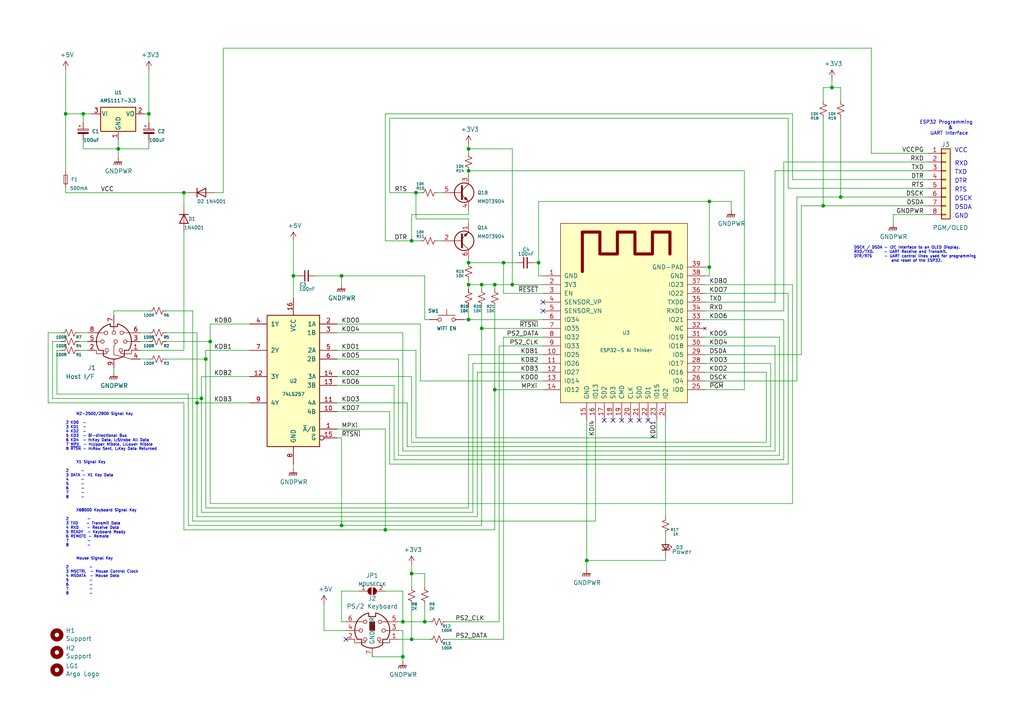
<source format=kicad_sch>
(kicad_sch (version 20211123) (generator eeschema)
  (paper "A4")
  (title_block (date "2022-03-09") (rev "1.3") (comment 1 "dedicated to the Host I/F, the second core to PS/2 capture, vector build and map.") (comment 2 "toolchain. The requirements require control down to 100ns so on cpu core is always") (comment 3 "This design uses the common ESP32 SoC for its performance, low power and development ") (comment 4 "PS/2 to Sharp MZ-2500/MZ-2800/X1/X68K Keyboard Interface."))
  (lib_symbols
    (symbol "Device:C_Polarized_Small" (pin_numbers hide) (pin_names (offset 0.254) hide)
      (property "Reference" "C" (at 0.254 1.778 0))
      (property "Value" "C_Polarized_Small" (at 0.254 -2.032 0))
      (symbol "C_Polarized_Small_1_1"
        (pin passive line (at 0 2.54 270) (length 1.8542) (name "~") (number "1"))
        (pin passive line (at 0 -2.54 90) (length 1.8542) (name "~") (number "2"))
      )
    )
    (symbol "Device:C_Small" (pin_numbers hide) (pin_names (offset 0.254) hide)
      (property "Reference" "C" (at 0.254 1.778 0))
      (property "Value" "C_Small" (at 0.254 -2.032 0))
      (symbol "C_Small_1_1"
        (pin passive line (at 0 2.54 270) (length 2.032) (name "~") (number "1"))
        (pin passive line (at 0 -2.54 90) (length 2.032) (name "~") (number "2"))
      )
    )
    (symbol "Device:Fuse_Small" (pin_numbers hide) (pin_names (offset 0.254) hide)
      (property "Reference" "F" (at 0 -1.524 0))
      (property "Value" "Fuse_Small" (at 0 1.524 0))
      (symbol "Fuse_Small_1_1"
        (pin passive line (at -2.54 0 0) (length 1.27) (name "~") (number "1"))
        (pin passive line (at 2.54 0 180) (length 1.27) (name "~") (number "2"))
      )
    )
    (symbol "Device:LED_Small" (pin_numbers hide) (pin_names (offset 0.254) hide)
      (property "Reference" "D" (at -1.27 3.175 0))
      (property "Value" "LED_Small" (at -4.445 -2.54 0))
      (symbol "LED_Small_1_1"
        (pin passive line (at -2.54 0 0) (length 1.778) (name "K") (number "1"))
        (pin passive line (at 2.54 0 180) (length 1.778) (name "A") (number "2"))
      )
    )
    (symbol "Device:R_Small_US" (pin_numbers hide) (pin_names (offset 0.254) hide)
      (property "Reference" "R" (at 0.762 0.508 0))
      (property "Value" "R_Small_US" (at 0.762 -1.016 0))
      (symbol "R_Small_US_1_1"
        (pin passive line (at 0 2.54 270) (length 1.016) (name "~") (number "1"))
        (pin passive line (at 0 -2.54 90) (length 1.016) (name "~") (number "2"))
      )
    )
    (symbol "Diode:1N4001" (pin_numbers hide) (pin_names (offset 1.016) hide)
      (property "Reference" "D" (at 0 2.54 0))
      (property "Value" "1N4001" (at 0 -2.54 0))
      (symbol "1N4001_1_1"
        (pin passive line (at -3.81 0 0) (length 2.54) (name "K") (number "1"))
        (pin passive line (at 3.81 0 180) (length 2.54) (name "A") (number "2"))
      )
    )
    (symbol "Jumper:SolderJumper_2_Open" (pin_names (offset 0) hide)
      (property "Reference" "JP" (at 0 2.032 0))
      (property "Value" "SolderJumper_2_Open" (at 0 -2.54 0))
      (symbol "SolderJumper_2_Open_1_1"
        (pin passive line (at -3.81 0 0) (length 2.54) (name "A") (number "1"))
        (pin passive line (at 3.81 0 180) (length 2.54) (name "B") (number "2"))
      )
    )
    (symbol "Mechanical:MountingHole" (pin_names (offset 1.016))
      (property "Reference" "H" (at 0 5.08 0))
      (property "Value" "MountingHole" (at 0 3.175 0))
    )
    (symbol "Regulator_Linear:AMS1117-3.3" (pin_names (offset 0.254))
      (property "Reference" "U" (at -3.81 3.175 0))
      (property "Value" "AMS1117-3.3" (at 0 3.175 0))
      (symbol "AMS1117-3.3_1_1"
        (pin power_in line (at 0 -7.62 90) (length 2.54) (name "GND") (number "1"))
        (pin power_out line (at 7.62 0 180) (length 2.54) (name "VO") (number "2"))
        (pin power_in line (at -7.62 0 0) (length 2.54) (name "VI") (number "3"))
      )
    )
    (symbol "Switch:SW_Push" (pin_numbers hide) (pin_names (offset 1.016) hide)
      (property "Reference" "SW" (at 1.27 2.54 0))
      (property "Value" "SW_Push" (at 0 -1.524 0))
      (symbol "SW_Push_0_1"
        (pin passive line (at -5.08 0 0) (length 2.54) (name "1") (number "1"))
        (pin passive line (at 5.08 0 180) (length 2.54) (name "2") (number "2"))
      )
    )
    (symbol "Transistor_BJT:MMDT3904" (pin_names (offset 0) hide)
      (property "Reference" "Q" (at 5.08 1.27 0))
      (property "Value" "MMDT3904" (at 5.08 -1.27 0))
      (symbol "MMDT3904_1_1"
        (pin passive line (at 2.54 -5.08 90) (length 2.54) (name "E1") (number "1"))
        (pin input line (at -5.08 0 0) (length 2.54) (name "B1") (number "2"))
        (pin passive line (at 2.54 5.08 270) (length 2.54) (name "C1") (number "6"))
      )
      (symbol "MMDT3904_2_1"
        (pin passive line (at 2.54 5.08 270) (length 2.54) (name "C2") (number "3"))
        (pin passive line (at 2.54 -5.08 90) (length 2.54) (name "E2") (number "4"))
        (pin input line (at -5.08 0 0) (length 2.54) (name "B2") (number "5"))
      )
    )
    (symbol "power:+3V3" (power) (pin_names (offset 0))
      (property "Value" "+3V3" (at 0 3.556 0))
      (symbol "+3V3_1_1"
        (pin power_in line (at 0 0 90) (length 0) hide (name "+3V3") (number "1"))
      )
    )
    (symbol "power:+5V" (power) (pin_names (offset 0))
      (property "Value" "+5V" (at 0 3.556 0))
      (symbol "+5V_1_1"
        (pin power_in line (at 0 0 90) (length 0) hide (name "+5V") (number "1"))
      )
    )
    (symbol "power:GNDPWR" (power) (pin_names (offset 0))
      (property "Value" "GNDPWR" (at 0 -3.302 0))
      (symbol "GNDPWR_1_1"
        (pin power_in line (at 0 0 270) (length 0) hide (name "GNDPWR") (number "1"))
      )
    )
    (symbol "sharpkey:74xx_74LS257-2" (pin_names (offset 1.016))
      (property "Reference" "U" (at -7.62 19.05 0))
      (property "Value" "74xx_74LS257-2" (at -7.62 -21.59 0))
      (symbol "74xx_74LS257-2_1_0"
        (pin input line (at -12.7 -15.24 0) (length 5.08) (name "~{A}/B") (number "1"))
        (pin input line (at -12.7 -10.16 0) (length 5.08) (name "4B") (number "10"))
        (pin input line (at -12.7 -7.62 0) (length 5.08) (name "4A") (number "11"))
        (pin tri_state line (at 12.7 0 180) (length 5.08) (name "3Y") (number "12"))
        (pin input line (at -12.7 -2.54 0) (length 5.08) (name "3B") (number "13"))
        (pin input line (at -12.7 0 0) (length 5.08) (name "3A") (number "14"))
        (pin input inverted (at -12.7 -17.78 0) (length 5.08) (name "~{G}") (number "15"))
        (pin power_in line (at 0 22.86 270) (length 5.08) (name "VCC") (number "16"))
        (pin input line (at -12.7 15.24 0) (length 5.08) (name "1A") (number "2"))
        (pin input line (at -12.7 12.7 0) (length 5.08) (name "1B") (number "3"))
        (pin tri_state line (at 12.7 15.24 180) (length 5.08) (name "1Y") (number "4"))
        (pin input line (at -12.7 7.62 0) (length 5.08) (name "2A") (number "5"))
        (pin input line (at -12.7 5.08 0) (length 5.08) (name "2B") (number "6"))
        (pin tri_state line (at 12.7 7.62 180) (length 5.08) (name "2Y") (number "7"))
        (pin power_in line (at 0 -25.4 90) (length 5.08) (name "GND") (number "8"))
        (pin tri_state line (at 12.7 -7.62 180) (length 5.08) (name "4Y") (number "9"))
      )
    )
    (symbol "sharpkey:Connector_Generic_Conn_01x08_PWR" (pin_names (offset 1.016) hide)
      (property "Reference" "J" (at 0 10.16 0))
      (property "Value" "Connector_Generic_Conn_01x08_PWR" (at 0 -12.7 0))
      (symbol "Connector_Generic_Conn_01x08_PWR_1_1"
        (pin power_out line (at -5.08 7.62 0) (length 3.81) (name "Pin_1") (number "1"))
        (pin passive line (at -5.08 5.08 0) (length 3.81) (name "Pin_2") (number "2"))
        (pin passive line (at -5.08 2.54 0) (length 3.81) (name "Pin_3") (number "3"))
        (pin passive line (at -5.08 0 0) (length 3.81) (name "Pin_4") (number "4"))
        (pin passive line (at -5.08 -2.54 0) (length 3.81) (name "Pin_5") (number "5"))
        (pin passive line (at -5.08 -5.08 0) (length 3.81) (name "Pin_6") (number "6"))
        (pin passive line (at -5.08 -7.62 0) (length 3.81) (name "Pin_7") (number "7"))
        (pin power_in line (at -5.08 -10.16 0) (length 3.81) (name "Pin_8") (number "8"))
      )
    )
    (symbol "sharpkey:Connector_Mini-DIN-6-PS2" (pin_names (offset 1.016))
      (property "Reference" "J" (at 0 6.35 0))
      (property "Value" "Connector_Mini-DIN-6-PS2" (at 1.27 8.89 0))
      (symbol "Connector_Mini-DIN-6-PS2_1_1"
        (pin passive line (at 7.62 -2.54 180) (length 2.54) (name "~") (number "1"))
        (pin passive line (at -7.62 -2.54 0) (length 2.54) (name "~") (number "2"))
        (pin passive line (at 7.62 0 180) (length 2.54) (name "~") (number "3"))
        (pin power_out line (at -7.62 0 0) (length 2.54) (name "~") (number "4"))
        (pin passive line (at 7.62 2.54 180) (length 2.54) (name "~") (number "5"))
        (pin passive line (at -7.62 2.54 0) (length 2.54) (name "~") (number "6"))
        (pin passive line (at 0 -7.62 90) (length 2.54) (name "GNDPWR") (number "7"))
      )
    )
    (symbol "sharpkey:ESP32-AI-Thinker_ESP32-WROOM" (pin_names (offset 1.016))
      (property "Reference" "U" (at -17.78 31.75 0))
      (property "Value" "ESP32-AI-Thinker_ESP32-WROOM" (at 12.7 31.75 0))
      (symbol "ESP32-AI-Thinker_ESP32-WROOM_1_1"
        (pin power_in line (at -24.13 15.24 0) (length 5.08) (name "GND") (number "1"))
        (pin bidirectional line (at -24.13 -7.62 0) (length 5.08) (name "IO25") (number "10"))
        (pin bidirectional line (at -24.13 -10.16 0) (length 5.08) (name "IO26") (number "11"))
        (pin bidirectional line (at -24.13 -12.7 0) (length 5.08) (name "IO27") (number "12"))
        (pin bidirectional line (at -24.13 -15.24 0) (length 5.08) (name "IO14") (number "13"))
        (pin bidirectional line (at -24.13 -17.78 0) (length 5.08) (name "IO12") (number "14"))
        (pin power_in line (at -11.43 -26.67 90) (length 5.08) (name "GND") (number "15"))
        (pin bidirectional line (at -8.89 -26.67 90) (length 5.08) (name "IO13") (number "16"))
        (pin bidirectional line (at -6.35 -26.67 90) (length 5.08) (name "SD2") (number "17"))
        (pin bidirectional line (at -3.81 -26.67 90) (length 5.08) (name "SD3") (number "18"))
        (pin bidirectional line (at -1.27 -26.67 90) (length 5.08) (name "CMD") (number "19"))
        (pin power_in line (at -24.13 12.7 0) (length 5.08) (name "3V3") (number "2"))
        (pin bidirectional line (at 1.27 -26.67 90) (length 5.08) (name "CLK") (number "20"))
        (pin bidirectional line (at 3.81 -26.67 90) (length 5.08) (name "SDO") (number "21"))
        (pin bidirectional line (at 6.35 -26.67 90) (length 5.08) (name "SD1") (number "22"))
        (pin bidirectional line (at 8.89 -26.67 90) (length 5.08) (name "IO15") (number "23"))
        (pin bidirectional line (at 11.43 -26.67 90) (length 5.08) (name "IO2") (number "24"))
        (pin bidirectional line (at 22.86 -17.78 180) (length 5.08) (name "IO0") (number "25"))
        (pin bidirectional line (at 22.86 -15.24 180) (length 5.08) (name "IO4") (number "26"))
        (pin bidirectional line (at 22.86 -12.7 180) (length 5.08) (name "IO16") (number "27"))
        (pin bidirectional line (at 22.86 -10.16 180) (length 5.08) (name "IO17") (number "28"))
        (pin bidirectional line (at 22.86 -7.62 180) (length 5.08) (name "IO5") (number "29"))
        (pin input line (at -24.13 10.16 0) (length 5.08) (name "EN") (number "3"))
        (pin bidirectional line (at 22.86 -5.08 180) (length 5.08) (name "IO18") (number "30"))
        (pin bidirectional line (at 22.86 -2.54 180) (length 5.08) (name "IO19") (number "31"))
        (pin no_connect line (at 22.86 0 180) (length 5.08) (name "NC") (number "32"))
        (pin bidirectional line (at 22.86 2.54 180) (length 5.08) (name "IO21") (number "33"))
        (pin input line (at 22.86 5.08 180) (length 5.08) (name "RXD0") (number "34"))
        (pin output line (at 22.86 7.62 180) (length 5.08) (name "TXD0") (number "35"))
        (pin bidirectional line (at 22.86 10.16 180) (length 5.08) (name "IO22") (number "36"))
        (pin bidirectional line (at 22.86 12.7 180) (length 5.08) (name "IO23") (number "37"))
        (pin power_in line (at 22.86 15.24 180) (length 5.08) (name "GND") (number "38"))
        (pin power_in line (at 22.86 17.78 180) (length 5.08) (name "GND-PAD") (number "39"))
        (pin input line (at -24.13 7.62 0) (length 5.08) (name "SENSOR_VP") (number "4"))
        (pin input line (at -24.13 5.08 0) (length 5.08) (name "SENSOR_VN") (number "5"))
        (pin input line (at -24.13 2.54 0) (length 5.08) (name "IO34") (number "6"))
        (pin input line (at -24.13 0 0) (length 5.08) (name "IO35") (number "7"))
        (pin bidirectional line (at -24.13 -2.54 0) (length 5.08) (name "IO32") (number "8"))
        (pin bidirectional line (at -24.13 -5.08 0) (length 5.08) (name "IO33") (number "9"))
      )
    )
    (symbol "sharpkey:Mini-DIN-8-FG" (pin_names (offset 1.016))
      (property "Reference" "J" (at 5.08 5.08 0))
      (property "Value" "Mini-DIN-8-FG" (at 7.62 -10.16 0))
      (symbol "Mini-DIN-8-FG_1_1"
        (pin passive line (at 7.62 -2.54 180) (length 2.54) (name "~") (number "1"))
        (pin passive line (at -7.62 -2.54 0) (length 2.54) (name "~") (number "2"))
        (pin passive line (at 7.62 0 180) (length 2.54) (name "~") (number "3"))
        (pin passive line (at 7.62 -5.08 180) (length 2.54) (name "~") (number "4"))
        (pin passive line (at -7.62 0 0) (length 2.54) (name "~") (number "5"))
        (pin passive line (at 7.62 2.54 180) (length 2.54) (name "~") (number "6"))
        (pin passive line (at 0 7.62 270) (length 2.54) (name "~") (number "7"))
        (pin passive line (at -7.62 2.54 0) (length 2.54) (name "~") (number "8"))
        (pin power_out line (at 0 -7.62 90) (length 2.54) (name "~") (number "9"))
      )
    )
  )
  (junction (at 116.84 190.5))
  (junction (at 119.38 69.85))
  (junction (at 170.18 162.56))
  (junction (at 135.89 43.18))
  (junction (at 243.84 57.15))
  (junction (at 85.09 80.01))
  (junction (at 57.15 116.84))
  (junction (at 119.38 166.37))
  (junction (at 111.76 153.67))
  (junction (at 205.74 58.42))
  (junction (at 59.69 104.14))
  (junction (at 135.89 76.2))
  (junction (at 99.06 152.4))
  (junction (at 53.34 55.88))
  (junction (at 60.96 99.06))
  (junction (at 135.89 49.53))
  (junction (at 116.84 180.34))
  (junction (at 143.51 82.55))
  (junction (at 119.38 185.42))
  (junction (at 238.76 59.69))
  (junction (at 135.89 92.71))
  (junction (at 139.7 82.55))
  (junction (at 135.89 82.55))
  (junction (at 24.13 33.02))
  (junction (at 146.05 76.2))
  (junction (at 123.19 180.34))
  (junction (at 143.51 113.03))
  (junction (at 19.05 33.02))
  (junction (at 241.3 25.4))
  (junction (at 148.59 82.55))
  (junction (at 205.74 77.47))
  (junction (at 139.7 95.25))
  (junction (at 99.06 80.01))
  (junction (at 34.29 43.18))
  (junction (at 43.18 33.02))
  (junction (at 156.21 76.2))
  (junction (at 58.42 115.57))
  (junction (at 120.65 55.88))
  (no_connect (at 180.34 121.92))
  (no_connect (at 187.96 121.92))
  (no_connect (at 157.48 90.17))
  (no_connect (at 157.48 87.63))
  (no_connect (at 175.26 121.92))
  (no_connect (at 182.88 121.92))
  (no_connect (at 177.8 121.92))
  (no_connect (at 100.33 185.42))
  (no_connect (at 185.42 121.92))
  (wire (pts (xy 57.15 116.84) (xy 57.15 149.86)))
  (wire (pts (xy 252.73 44.45) (xy 269.24 44.45)))
  (wire (pts (xy 97.79 116.84) (xy 118.11 116.84)))
  (wire (pts (xy 53.34 59.69) (xy 53.34 55.88)))
  (wire (pts (xy 60.96 99.06) (xy 60.96 146.05)))
  (wire (pts (xy 119.38 163.83) (xy 119.38 166.37)))
  (wire (pts (xy 58.42 115.57) (xy 58.42 148.59)))
  (wire (pts (xy 19.05 33.02) (xy 19.05 49.53)))
  (wire (pts (xy 119.38 69.85) (xy 121.92 69.85)))
  (wire (pts (xy 170.18 162.56) (xy 193.04 162.56)))
  (wire (pts (xy 48.26 99.06) (xy 60.96 99.06)))
  (wire (pts (xy 252.73 13.97) (xy 252.73 44.45)))
  (wire (pts (xy 99.06 152.4) (xy 139.7 152.4)))
  (wire (pts (xy 58.42 109.22) (xy 72.39 109.22)))
  (wire (pts (xy 146.05 97.79) (xy 146.05 185.42)))
  (wire (pts (xy 259.08 62.23) (xy 259.08 64.77)))
  (wire (pts (xy 43.18 90.17) (xy 33.02 90.17)))
  (wire (pts (xy 57.15 149.86) (xy 138.43 149.86)))
  (wire (pts (xy 97.79 109.22) (xy 119.38 109.22)))
  (wire (pts (xy 119.38 128.27) (xy 222.25 128.27)))
  (wire (pts (xy 24.13 43.18) (xy 34.29 43.18)))
  (wire (pts (xy 243.84 25.4) (xy 243.84 29.21)))
  (wire (pts (xy 119.38 69.85) (xy 111.76 69.85)))
  (wire (pts (xy 129.54 180.34) (xy 144.78 180.34)))
  (wire (pts (xy 53.34 67.31) (xy 53.34 101.6)))
  (wire (pts (xy 146.05 76.2) (xy 149.86 76.2)))
  (wire (pts (xy 115.57 185.42) (xy 119.38 185.42)))
  (wire (pts (xy 113.03 134.62) (xy 228.6 134.62)))
  (wire (pts (xy 135.89 82.55) (xy 135.89 81.28)))
  (wire (pts (xy 17.78 101.6) (xy 16.51 101.6)))
  (wire (pts (xy 143.51 153.67) (xy 143.51 113.03)))
  (wire (pts (xy 228.6 134.62) (xy 228.6 85.09)))
  (wire (pts (xy 114.3 133.35) (xy 227.33 133.35)))
  (wire (pts (xy 99.06 127) (xy 97.79 127)))
  (wire (pts (xy 205.74 58.42) (xy 212.09 58.42)))
  (wire (pts (xy 64.77 13.97) (xy 252.73 13.97)))
  (wire (pts (xy 222.25 128.27) (xy 222.25 107.95)))
  (wire (pts (xy 228.6 85.09) (xy 204.47 85.09)))
  (wire (pts (xy 156.21 58.42) (xy 205.74 58.42)))
  (wire (pts (xy 54.61 114.3) (xy 16.51 114.3)))
  (wire (pts (xy 55.88 151.13) (xy 55.88 90.17)))
  (wire (pts (xy 134.62 92.71) (xy 135.89 92.71)))
  (wire (pts (xy 99.06 127) (xy 99.06 152.4)))
  (wire (pts (xy 57.15 96.52) (xy 57.15 116.84)))
  (wire (pts (xy 17.78 96.52) (xy 13.97 96.52)))
  (wire (pts (xy 116.84 190.5) (xy 116.84 182.88)))
  (wire (pts (xy 16.51 101.6) (xy 16.51 114.3)))
  (wire (pts (xy 238.76 29.21) (xy 238.76 25.4)))
  (wire (pts (xy 143.51 82.55) (xy 148.59 82.55)))
  (wire (pts (xy 97.79 111.76) (xy 114.3 111.76)))
  (wire (pts (xy 127 55.88) (xy 128.27 55.88)))
  (wire (pts (xy 227.33 90.17) (xy 227.33 46.99)))
  (wire (pts (xy 115.57 180.34) (xy 116.84 180.34)))
  (wire (pts (xy 58.42 109.22) (xy 58.42 115.57)))
  (wire (pts (xy 170.18 162.56) (xy 170.18 165.1)))
  (wire (pts (xy 204.47 77.47) (xy 205.74 77.47)))
  (wire (pts (xy 48.26 96.52) (xy 57.15 96.52)))
  (wire (pts (xy 119.38 109.22) (xy 119.38 128.27)))
  (wire (pts (xy 59.69 147.32) (xy 135.89 147.32)))
  (wire (pts (xy 232.41 59.69) (xy 238.76 59.69)))
  (wire (pts (xy 212.09 58.42) (xy 212.09 60.96)))
  (wire (pts (xy 215.9 49.53) (xy 135.89 49.53)))
  (wire (pts (xy 15.24 99.06) (xy 15.24 115.57)))
  (wire (pts (xy 40.64 99.06) (xy 43.18 99.06)))
  (wire (pts (xy 54.61 152.4) (xy 99.06 152.4)))
  (wire (pts (xy 59.69 104.14) (xy 59.69 147.32)))
  (wire (pts (xy 116.84 171.45) (xy 116.84 180.34)))
  (wire (pts (xy 148.59 82.55) (xy 157.48 82.55)))
  (wire (pts (xy 119.38 170.18) (xy 119.38 166.37)))
  (wire (pts (xy 224.79 49.53) (xy 269.24 49.53)))
  (wire (pts (xy 120.65 55.88) (xy 121.92 55.88)))
  (wire (pts (xy 223.52 105.41) (xy 204.47 105.41)))
  (wire (pts (xy 154.94 76.2) (xy 156.21 76.2)))
  (wire (pts (xy 146.05 97.79) (xy 157.48 97.79)))
  (wire (pts (xy 40.64 104.14) (xy 43.18 104.14)))
  (wire (pts (xy 60.96 146.05) (xy 229.87 146.05)))
  (wire (pts (xy 85.09 80.01) (xy 86.36 80.01)))
  (wire (pts (xy 215.9 113.03) (xy 215.9 49.53)))
  (wire (pts (xy 238.76 25.4) (xy 241.3 25.4)))
  (wire (pts (xy 259.08 62.23) (xy 269.24 62.23)))
  (wire (pts (xy 193.04 121.92) (xy 193.04 149.86)))
  (wire (pts (xy 138.43 149.86) (xy 138.43 107.95)))
  (wire (pts (xy 222.25 107.95) (xy 204.47 107.95)))
  (wire (pts (xy 120.65 127) (xy 190.5 127)))
  (wire (pts (xy 123.19 175.26) (xy 123.19 180.34)))
  (wire (pts (xy 119.38 62.23) (xy 119.38 69.85)))
  (wire (pts (xy 190.5 127) (xy 190.5 121.92)))
  (wire (pts (xy 135.89 64.77) (xy 135.89 63.5)))
  (wire (pts (xy 55.88 151.13) (xy 172.72 151.13)))
  (wire (pts (xy 43.18 20.32) (xy 43.18 33.02)))
  (wire (pts (xy 111.76 33.02) (xy 229.87 33.02)))
  (wire (pts (xy 33.02 90.17) (xy 33.02 91.44)))
  (wire (pts (xy 148.59 43.18) (xy 148.59 82.55)))
  (wire (pts (xy 60.96 93.98) (xy 60.96 99.06)))
  (wire (pts (xy 226.06 132.08) (xy 226.06 97.79)))
  (wire (pts (xy 17.78 99.06) (xy 15.24 99.06)))
  (wire (pts (xy 93.98 175.26) (xy 93.98 182.88)))
  (wire (pts (xy 119.38 166.37) (xy 123.19 166.37)))
  (wire (pts (xy 135.89 62.23) (xy 119.38 62.23)))
  (wire (pts (xy 53.34 153.67) (xy 111.76 153.67)))
  (wire (pts (xy 85.09 134.62) (xy 85.09 135.89)))
  (wire (pts (xy 97.79 119.38) (xy 113.03 119.38)))
  (wire (pts (xy 111.76 124.46) (xy 111.76 153.67)))
  (wire (pts (xy 231.14 57.15) (xy 231.14 110.49)))
  (wire (pts (xy 13.97 96.52) (xy 13.97 116.84)))
  (wire (pts (xy 224.79 100.33) (xy 204.47 100.33)))
  (wire (pts (xy 107.95 190.5) (xy 116.84 190.5)))
  (wire (pts (xy 114.3 111.76) (xy 114.3 133.35)))
  (wire (pts (xy 115.57 132.08) (xy 226.06 132.08)))
  (wire (pts (xy 85.09 80.01) (xy 85.09 86.36)))
  (wire (pts (xy 99.06 80.01) (xy 99.06 82.55)))
  (wire (pts (xy 113.03 55.88) (xy 113.03 34.29)))
  (wire (pts (xy 111.76 153.67) (xy 143.51 153.67)))
  (wire (pts (xy 135.89 49.53) (xy 135.89 50.8)))
  (wire (pts (xy 60.96 93.98) (xy 72.39 93.98)))
  (wire (pts (xy 135.89 41.91) (xy 135.89 43.18)))
  (wire (pts (xy 204.47 87.63) (xy 224.79 87.63)))
  (wire (pts (xy 123.19 180.34) (xy 124.46 180.34)))
  (wire (pts (xy 24.13 40.64) (xy 24.13 43.18)))
  (wire (pts (xy 54.61 55.88) (xy 53.34 55.88)))
  (wire (pts (xy 127 69.85) (xy 128.27 69.85)))
  (wire (pts (xy 120.65 101.6) (xy 120.65 127)))
  (wire (pts (xy 111.76 69.85) (xy 111.76 33.02)))
  (wire (pts (xy 229.87 82.55) (xy 204.47 82.55)))
  (wire (pts (xy 143.51 113.03) (xy 157.48 113.03)))
  (wire (pts (xy 123.19 80.01) (xy 99.06 80.01)))
  (wire (pts (xy 120.65 63.5) (xy 120.65 55.88)))
  (wire (pts (xy 204.47 110.49) (xy 231.14 110.49)))
  (wire (pts (xy 139.7 95.25) (xy 157.48 95.25)))
  (wire (pts (xy 116.84 191.77) (xy 116.84 190.5)))
  (wire (pts (xy 124.46 92.71) (xy 123.19 92.71)))
  (wire (pts (xy 224.79 130.81) (xy 224.79 100.33)))
  (wire (pts (xy 118.11 129.54) (xy 223.52 129.54)))
  (wire (pts (xy 48.26 104.14) (xy 59.69 104.14)))
  (wire (pts (xy 53.34 116.84) (xy 53.34 153.67)))
  (wire (pts (xy 243.84 57.15) (xy 269.24 57.15)))
  (wire (pts (xy 43.18 43.18) (xy 43.18 40.64)))
  (wire (pts (xy 116.84 96.52) (xy 116.84 130.81)))
  (wire (pts (xy 91.44 80.01) (xy 99.06 80.01)))
  (wire (pts (xy 193.04 161.29) (xy 193.04 162.56)))
  (wire (pts (xy 144.78 100.33) (xy 157.48 100.33)))
  (wire (pts (xy 138.43 107.95) (xy 157.48 107.95)))
  (wire (pts (xy 24.13 35.56) (xy 24.13 33.02)))
  (wire (pts (xy 135.89 92.71) (xy 157.48 92.71)))
  (wire (pts (xy 116.84 182.88) (xy 115.57 182.88)))
  (wire (pts (xy 22.86 96.52) (xy 25.4 96.52)))
  (wire (pts (xy 193.04 154.94) (xy 193.04 156.21)))
  (wire (pts (xy 40.64 101.6) (xy 53.34 101.6)))
  (wire (pts (xy 227.33 92.71) (xy 204.47 92.71)))
  (wire (pts (xy 146.05 85.09) (xy 146.05 76.2)))
  (wire (pts (xy 19.05 20.32) (xy 19.05 33.02)))
  (wire (pts (xy 43.18 33.02) (xy 43.18 35.56)))
  (wire (pts (xy 137.16 148.59) (xy 137.16 105.41)))
  (wire (pts (xy 135.89 82.55) (xy 135.89 83.82)))
  (wire (pts (xy 227.33 133.35) (xy 227.33 92.71)))
  (wire (pts (xy 241.3 25.4) (xy 243.84 25.4)))
  (wire (pts (xy 135.89 88.9) (xy 135.89 92.71)))
  (wire (pts (xy 97.79 104.14) (xy 115.57 104.14)))
  (wire (pts (xy 135.89 76.2) (xy 135.89 74.93)))
  (wire (pts (xy 204.47 90.17) (xy 227.33 90.17)))
  (wire (pts (xy 157.48 80.01) (xy 156.21 80.01)))
  (wire (pts (xy 205.74 77.47) (xy 205.74 80.01)))
  (wire (pts (xy 232.41 59.69) (xy 232.41 102.87)))
  (wire (pts (xy 19.05 33.02) (xy 24.13 33.02)))
  (wire (pts (xy 135.89 76.2) (xy 146.05 76.2)))
  (wire (pts (xy 97.79 101.6) (xy 120.65 101.6)))
  (wire (pts (xy 62.23 55.88) (xy 64.77 55.88)))
  (wire (pts (xy 57.15 116.84) (xy 72.39 116.84)))
  (wire (pts (xy 139.7 82.55) (xy 139.7 83.82)))
  (wire (pts (xy 156.21 80.01) (xy 156.21 76.2)))
  (wire (pts (xy 22.86 101.6) (xy 25.4 101.6)))
  (wire (pts (xy 13.97 116.84) (xy 53.34 116.84)))
  (wire (pts (xy 116.84 130.81) (xy 224.79 130.81)))
  (wire (pts (xy 205.74 58.42) (xy 205.74 77.47)))
  (wire (pts (xy 64.77 55.88) (xy 64.77 13.97)))
  (wire (pts (xy 135.89 102.87) (xy 157.48 102.87)))
  (wire (pts (xy 139.7 88.9) (xy 139.7 95.25)))
  (wire (pts (xy 119.38 175.26) (xy 119.38 185.42)))
  (wire (pts (xy 15.24 115.57) (xy 58.42 115.57)))
  (wire (pts (xy 85.09 69.85) (xy 85.09 80.01)))
  (wire (pts (xy 135.89 63.5) (xy 120.65 63.5)))
  (wire (pts (xy 229.87 52.07) (xy 269.24 52.07)))
  (wire (pts (xy 229.87 146.05) (xy 229.87 82.55)))
  (wire (pts (xy 144.78 100.33) (xy 144.78 180.34)))
  (wire (pts (xy 223.52 129.54) (xy 223.52 105.41)))
  (wire (pts (xy 118.11 116.84) (xy 118.11 129.54)))
  (wire (pts (xy 59.69 101.6) (xy 72.39 101.6)))
  (wire (pts (xy 120.65 55.88) (xy 113.03 55.88)))
  (wire (pts (xy 231.14 57.15) (xy 243.84 57.15)))
  (wire (pts (xy 22.86 99.06) (xy 25.4 99.06)))
  (wire (pts (xy 135.89 43.18) (xy 135.89 44.45)))
  (wire (pts (xy 34.29 43.18) (xy 34.29 40.64)))
  (wire (pts (xy 123.19 166.37) (xy 123.19 170.18)))
  (wire (pts (xy 238.76 34.29) (xy 238.76 59.69)))
  (wire (pts (xy 41.91 33.02) (xy 43.18 33.02)))
  (wire (pts (xy 156.21 76.2) (xy 156.21 58.42)))
  (wire (pts (xy 243.84 34.29) (xy 243.84 57.15)))
  (wire (pts (xy 40.64 96.52) (xy 43.18 96.52)))
  (wire (pts (xy 24.13 33.02) (xy 26.67 33.02)))
  (wire (pts (xy 93.98 182.88) (xy 100.33 182.88)))
  (wire (pts (xy 113.03 119.38) (xy 113.03 134.62)))
  (wire (pts (xy 204.47 102.87) (xy 232.41 102.87)))
  (wire (pts (xy 113.03 34.29) (xy 228.6 34.29)))
  (wire (pts (xy 97.79 124.46) (xy 111.76 124.46)))
  (wire (pts (xy 97.79 93.98) (xy 121.92 93.98)))
  (wire (pts (xy 205.74 80.01) (xy 204.47 80.01)))
  (wire (pts (xy 241.3 22.86) (xy 241.3 25.4)))
  (wire (pts (xy 227.33 46.99) (xy 269.24 46.99)))
  (wire (pts (xy 19.05 55.88) (xy 53.34 55.88)))
  (wire (pts (xy 55.88 90.17) (xy 48.26 90.17)))
  (wire (pts (xy 204.47 113.03) (xy 215.9 113.03)))
  (wire (pts (xy 135.89 147.32) (xy 135.89 102.87)))
  (wire (pts (xy 238.76 59.69) (xy 269.24 59.69)))
  (wire (pts (xy 34.29 43.18) (xy 34.29 45.72)))
  (wire (pts (xy 99.06 180.34) (xy 99.06 171.45)))
  (wire (pts (xy 137.16 105.41) (xy 157.48 105.41)))
  (wire (pts (xy 139.7 82.55) (xy 143.51 82.55)))
  (wire (pts (xy 129.54 185.42) (xy 146.05 185.42)))
  (wire (pts (xy 54.61 152.4) (xy 54.61 114.3)))
  (wire (pts (xy 143.51 82.55) (xy 143.51 83.82)))
  (wire (pts (xy 111.76 171.45) (xy 116.84 171.45)))
  (wire (pts (xy 123.19 92.71) (xy 123.19 80.01)))
  (wire (pts (xy 224.79 87.63) (xy 224.79 49.53)))
  (wire (pts (xy 146.05 85.09) (xy 157.48 85.09)))
  (wire (pts (xy 226.06 97.79) (xy 204.47 97.79)))
  (wire (pts (xy 119.38 185.42) (xy 124.46 185.42)))
  (wire (pts (xy 228.6 54.61) (xy 269.24 54.61)))
  (wire (pts (xy 135.89 82.55) (xy 139.7 82.55)))
  (wire (pts (xy 229.87 33.02) (xy 229.87 52.07)))
  (wire (pts (xy 135.89 60.96) (xy 135.89 62.23)))
  (wire (pts (xy 99.06 171.45) (xy 104.14 171.45)))
  (wire (pts (xy 115.57 104.14) (xy 115.57 132.08)))
  (wire (pts (xy 33.02 106.68) (xy 33.02 107.95)))
  (wire (pts (xy 59.69 101.6) (xy 59.69 104.14)))
  (wire (pts (xy 143.51 88.9) (xy 143.51 113.03)))
  (wire (pts (xy 228.6 34.29) (xy 228.6 54.61)))
  (wire (pts (xy 19.05 54.61) (xy 19.05 55.88)))
  (wire (pts (xy 58.42 148.59) (xy 137.16 148.59)))
  (wire (pts (xy 116.84 180.34) (xy 123.19 180.34)))
  (wire (pts (xy 139.7 95.25) (xy 139.7 152.4)))
  (wire (pts (xy 170.18 121.92) (xy 170.18 162.56)))
  (wire (pts (xy 121.92 110.49) (xy 157.48 110.49)))
  (wire (pts (xy 172.72 121.92) (xy 172.72 151.13)))
  (wire (pts (xy 97.79 96.52) (xy 116.84 96.52)))
  (wire (pts (xy 34.29 43.18) (xy 43.18 43.18)))
  (wire (pts (xy 135.89 43.18) (xy 148.59 43.18)))
  (wire (pts (xy 100.33 180.34) (xy 99.06 180.34)))
  (wire (pts (xy 121.92 93.98) (xy 121.92 110.49)))
  (text "DSCK" (at 276.86 58.42 0) (effects (font (size 1.27 1.27)) (justify left bottom)))
  (text "DTR" (at 276.86 53.34 0) (effects (font (size 1.27 1.27)) (justify left bottom)))
  (text "RTS" (at 276.86 55.88 0) (effects (font (size 1.27 1.27)) (justify left bottom)))
  (text "     Mouse Signal Key\n\n2          - \n3 MSCTRL  - Mouse Control Clock\n4 MSDATA  - Mouse Data\n5          - \n6          - \n7          - \n8          - " (at 19.05 172.72 0) (effects (font (size 0.7874 0.7874)) (justify left bottom)))
  (text "TXD" (at 276.86 50.8 0) (effects (font (size 1.27 1.27)) (justify left bottom)))
  (text "VCC" (at 276.86 44.45 0) (effects (font (size 1.27 1.27)) (justify left bottom)))
  (text "ESP32 Programming\n           &\n    UART Interface\n" (at 266.7 39.37 0) (effects (font (size 0.9906 0.9906)) (justify left bottom)))
  (text "RXD" (at 276.86 48.26 0) (effects (font (size 1.27 1.27)) (justify left bottom)))
  (text "DSCK / DSDA - I2C Interface to an OLED Display.\nRXD/TXD.     - UART Receive and Transmit.\nDTR/RTS      - UART control lines used for programming \n                  and reset of the ESP32." (at 247.65 76.2 0) (effects (font (size 0.7874 0.7874)) (justify left bottom)))
  (text "     X68000 Keyboard Signal Key\n\n2         - \n3 TXD    - Transmit Data\n4 RXD    - Receive Data\n5 READY  - Keyboard Ready\n6 REMOTE - Remote\n7         - \n8         - " (at 19.05 158.75 0) (effects (font (size 0.7874 0.7874)) (justify left bottom)))
  (text "     X1 Signal Key\n\n2      -\n3 DATA - X1 Key Data\n4      -\n5      - \n6      - \n7      - \n8      - " (at 19.05 144.78 0) (effects (font (size 0.7874 0.7874)) (justify left bottom)))
  (text "     MZ-2500/2800 Signal Key\n\n2 KD0  -\n3 KD1  -\n4 KD2  -\n5 KD3  - Bi-directional Bus\n6 KD4  - H:Key Data, L:Strobe All Data\n7 MPX  - H:Upper Nibble, L:Lower Nibble\n8 ~{RTSN} - H:Row Sent, L:Key Data Returned" (at 19.05 130.81 0) (effects (font (size 0.7874 0.7874)) (justify left bottom)))
  (text "DSDA" (at 276.86 60.96 0) (effects (font (size 1.27 1.27)) (justify left bottom)))
  (text "GND" (at 276.86 63.5 0) (effects (font (size 1.27 1.27)) (justify left bottom)))
  (label "KDI4" (at 172.72 121.92 270))
  (label "KDO5" (at 205.74 97.79 0))
  (label "KDO1" (at 99.06 101.6 0))
  (label "KDO7" (at 205.74 85.09 0))
  (label "KDO0" (at 156.21 110.49 180))
  (label "KDB0" (at 205.74 82.55 0))
  (label "KDB0" (at 67.31 93.98 180))
  (label "DTR" (at 267.97 52.07 180))
  (label "DSDA" (at 205.74 102.87 0))
  (label "DTR" (at 118.11 69.85 180))
  (label "KDO2" (at 99.06 109.22 0))
  (label "PS2_CLK" (at 132.08 180.34 0))
  (label "DSDA" (at 267.97 59.69 180))
  (label "MPXi" (at 151.13 113.03 0))
  (label "KDO4" (at 205.74 100.33 0))
  (label "DSCK" (at 267.97 57.15 180))
  (label "KDO2" (at 205.74 107.95 0))
  (label "RXD" (at 205.74 90.17 0))
  (label "KDO3" (at 99.06 116.84 0))
  (label "RTS" (at 267.97 54.61 180))
  (label "~{PGM}" (at 205.74 113.03 0))
  (label "KDB3" (at 156.21 107.95 180))
  (label "PS2_DATA" (at 132.08 185.42 0))
  (label "KDO6" (at 99.06 111.76 0))
  (label "PS2_DATA" (at 156.21 97.79 180))
  (label "RTS" (at 118.11 55.88 180))
  (label "MPXi" (at 99.06 124.46 0))
  (label "KDO0" (at 99.06 93.98 0))
  (label "~{RTSNi}" (at 99.06 127 0))
  (label "DSCK" (at 205.74 110.49 0))
  (label "KDO6" (at 205.74 92.71 0))
  (label "KDO5" (at 99.06 104.14 0))
  (label "KDB3" (at 67.31 116.84 180))
  (label "KDO7" (at 99.06 119.38 0))
  (label "~{RESET}" (at 156.21 85.09 180))
  (label "KDO1" (at 190.5 121.92 270))
  (label "GNDPWR" (at 267.97 62.23 180))
  (label "KDB1" (at 156.21 102.87 180))
  (label "KDB2" (at 156.21 105.41 180))
  (label "KDB1" (at 67.31 101.6 180))
  (label "RXD" (at 267.97 46.99 180))
  (label "TXD" (at 267.97 49.53 180))
  (label "TXD" (at 205.74 87.63 0))
  (label "VCC" (at 29.21 55.88 0))
  (label "KDO4" (at 99.06 96.52 0))
  (label "VCCPG" (at 267.97 44.45 180))
  (label "~{RTSNi}" (at 156.21 95.25 180))
  (label "PS2_CLK" (at 156.21 100.33 180))
  (label "KDB2" (at 67.31 109.22 180))
  (label "KDO3" (at 205.74 105.41 0))
  (symbol (lib_id "Mechanical:MountingHole") (at 16.51 184.15 0) (unit 1)
    (property "Reference" "H1" (at 19.05 182.9054 0) (effects (justify left)))
    (property "Value" "Support" (at 19.05 185.2168 0) (effects (justify left)))
    (property "Footprint" "MountingHole:MountingHole_2.1mm" (effects hide))
  )
  (symbol (lib_id "Mechanical:MountingHole") (at 16.51 189.23 0) (unit 1)
    (property "Reference" "H2" (at 19.05 187.9854 0) (effects (justify left)))
    (property "Value" "Support" (at 19.05 190.2968 0) (effects (justify left)))
    (property "Footprint" "MountingHole:MountingHole_2.1mm" (effects hide))
  )
  (symbol (lib_id "power:GNDPWR") (at 34.29 45.72 0) (unit 1)
    (property "Reference" "#PWR02" (effects hide))
    (property "Value" "GNDPWR" (at 34.3916 49.6316 0))
  )
  (symbol (lib_id "Mechanical:MountingHole") (at 16.51 194.31 0) (unit 1)
    (property "Reference" "LG1" (at 19.05 193.1416 0) (effects (justify left)))
    (property "Value" "Argo Logo" (at 19.05 195.453 0) (effects (justify left)))
    (property "Footprint" "Graphic:Argo" (effects hide))
  )
  (symbol (lib_id "sharpkey:Connector_Mini-DIN-6-PS2") (at 107.95 182.88 0) (unit 1)
    (property "Reference" "J2" (at 107.95 173.5582 0))
    (property "Value" "PS/2 Keyboard" (at 107.95 175.8696 0))
    (property "Footprint" "Custom:Mini_din6_ps2" (effects hide))
    (property "Datasheet" "http://service.powerdynamics.com/ec/Catalog17/Section%2011.pdf" (effects hide))
  )
  (symbol (lib_id "power:GNDPWR") (at 212.09 60.96 0) (unit 1)
    (property "Reference" "#PWR013" (effects hide))
    (property "Value" "GNDPWR" (at 212.1916 64.8716 0))
  )
  (symbol (lib_id "power:+5V") (at 19.05 20.32 0) (unit 1)
    (property "Reference" "#PWR01" (effects hide))
    (property "Value" "+5V" (at 19.431 15.9258 0))
  )
  (symbol (lib_id "power:GNDPWR") (at 33.02 107.95 0) (unit 1)
    (property "Reference" "#PWR03" (effects hide))
    (property "Value" "GNDPWR" (at 33.1216 111.8616 0))
  )
  (symbol (lib_id "Device:R_Small_US") (at 20.32 96.52 90) (unit 1)
    (property "Reference" "R7" (at 22.86 97.79 90) (effects (font (size 0.7874 0.7874))))
    (property "Value" "100R" (at 17.78 97.79 90) (effects (font (size 0.7874 0.7874))))
    (property "Footprint" "Resistor_SMD:R_0805_2012Metric" (effects hide))
  )
  (symbol (lib_id "Device:R_Small_US") (at 45.72 96.52 90) (unit 1)
    (property "Reference" "R5" (at 48.26 97.79 90) (effects (font (size 0.7874 0.7874))))
    (property "Value" "100R" (at 43.18 97.79 90) (effects (font (size 0.7874 0.7874))))
    (property "Footprint" "Resistor_SMD:R_0805_2012Metric" (effects hide))
  )
  (symbol (lib_id "Device:R_Small_US") (at 45.72 90.17 90) (unit 1)
    (property "Reference" "R6" (at 48.26 91.44 90) (effects (font (size 0.7874 0.7874))))
    (property "Value" "100R" (at 43.18 91.44 90) (effects (font (size 0.7874 0.7874))))
    (property "Footprint" "Resistor_SMD:R_0805_2012Metric" (effects hide))
  )
  (symbol (lib_id "Device:R_Small_US") (at 45.72 104.14 90) (unit 1)
    (property "Reference" "R3" (at 48.26 105.41 90) (effects (font (size 0.7874 0.7874))))
    (property "Value" "100R" (at 43.18 105.41 90) (effects (font (size 0.7874 0.7874))))
    (property "Footprint" "Resistor_SMD:R_0805_2012Metric" (effects hide))
  )
  (symbol (lib_id "Device:R_Small_US") (at 20.32 99.06 90) (unit 1)
    (property "Reference" "R4" (at 22.86 100.33 90) (effects (font (size 0.7874 0.7874))))
    (property "Value" "100R" (at 17.78 100.33 90) (effects (font (size 0.7874 0.7874))))
    (property "Footprint" "Resistor_SMD:R_0805_2012Metric" (effects hide))
  )
  (symbol (lib_id "Device:R_Small_US") (at 45.72 99.06 90) (unit 1)
    (property "Reference" "R2" (at 48.26 100.33 90) (effects (font (size 0.7874 0.7874))))
    (property "Value" "100R" (at 43.18 100.33 90) (effects (font (size 0.7874 0.7874))))
    (property "Footprint" "Resistor_SMD:R_0805_2012Metric" (effects hide))
  )
  (symbol (lib_id "Device:R_Small_US") (at 20.32 101.6 90) (unit 1)
    (property "Reference" "R1" (at 22.86 102.87 90) (effects (font (size 0.7874 0.7874))))
    (property "Value" "100R" (at 17.78 102.87 90) (effects (font (size 0.7874 0.7874))))
    (property "Footprint" "Resistor_SMD:R_0805_2012Metric" (effects hide))
  )
  (symbol (lib_id "Device:R_Small_US") (at 127 185.42 90) (unit 1)
    (property "Reference" "R13" (at 129.54 186.69 90) (effects (font (size 0.7874 0.7874))))
    (property "Value" "100R" (at 129.54 187.96 90) (effects (font (size 0.7874 0.7874))))
    (property "Footprint" "Resistor_SMD:R_0805_2012Metric" (effects hide))
  )
  (symbol (lib_id "Device:R_Small_US") (at 127 180.34 90) (unit 1)
    (property "Reference" "R12" (at 129.54 181.61 90) (effects (font (size 0.7874 0.7874))))
    (property "Value" "100R" (at 129.54 182.88 90) (effects (font (size 0.7874 0.7874))))
    (property "Footprint" "Resistor_SMD:R_0805_2012Metric" (effects hide))
  )
  (symbol (lib_id "power:GNDPWR") (at 116.84 191.77 0) (unit 1)
    (property "Reference" "#PWR09" (effects hide))
    (property "Value" "GNDPWR" (at 116.9416 195.6816 0))
  )
  (symbol (lib_id "power:GNDPWR") (at 259.08 64.77 0) (unit 1)
    (property "Reference" "#PWR015" (effects hide))
    (property "Value" "GNDPWR" (at 259.1816 68.6816 0))
  )
  (symbol (lib_id "Device:Fuse_Small") (at 19.05 52.07 90) (unit 1)
    (property "Reference" "F1" (at 21.59 52.07 90) (effects (font (size 0.9906 0.9906))))
    (property "Value" "500mA" (at 22.86 54.61 90) (effects (font (size 0.9906 0.9906))))
    (property "Footprint" "Fuse:Fuse_1806_4516Metric" (effects hide))
  )
  (symbol (lib_id "Device:R_Small_US") (at 119.38 172.72 0) (unit 1)
    (property "Reference" "R8" (at 119.38 175.26 0) (effects (font (size 0.7874 0.7874)) (justify left)))
    (property "Value" "2K" (at 119.38 176.53 0) (effects (font (size 0.7874 0.7874)) (justify left)))
    (property "Footprint" "Resistor_SMD:R_0805_2012Metric" (effects hide))
  )
  (symbol (lib_id "sharpkey:Connector_Generic_Conn_01x08_PWR") (at 274.32 52.07 0) (unit 1)
    (property "Reference" "J3" (at 273.05 41.91 0) (effects (justify left)))
    (property "Value" "PGM/OLED" (at 270.51 66.04 0) (effects (justify left)))
    (property "Footprint" "Connector_PinHeader_2.00mm:PinHeader_1x08_P2.00mm_Vertical" (effects hide))
  )
  (symbol (lib_id "Device:R_Small_US") (at 193.04 152.4 0) (mirror y) (unit 1)
    (property "Reference" "R17" (at 196.85 153.67 0) (effects (font (size 0.7874 0.7874)) (justify left)))
    (property "Value" "1K" (at 196.85 154.94 0) (effects (font (size 0.7874 0.7874)) (justify left)))
    (property "Footprint" "Resistor_SMD:R_0805_2012Metric" (effects hide))
  )
  (symbol (lib_id "Regulator_Linear:AMS1117-3.3") (at 34.29 33.02 0) (unit 1)
    (property "Reference" "U1" (at 34.29 26.8732 0) (effects (font (size 0.9906 0.9906))))
    (property "Value" "AMS1117-3.3" (at 34.29 29.1846 0) (effects (font (size 0.9906 0.9906))))
    (property "Footprint" "Package_TO_SOT_SMD:SOT-223-3_TabPin2" (effects hide))
    (property "Datasheet" "http://www.advanced-monolithic.com/pdf/ds1117.pdf" (effects hide))
  )
  (symbol (lib_id "Device:LED_Small") (at 193.04 158.75 270) (mirror x) (unit 1)
    (property "Reference" "D3" (at 198.12 158.75 90) (effects (font (size 0.9906 0.9906)) (justify right)))
    (property "Value" "Power" (at 200.66 160.02 90) (effects (justify right)))
    (property "Footprint" "LED_THT:LED_D3.0mm_Clear" (effects hide))
  )
  (symbol (lib_id "Diode:1N4001") (at 58.42 55.88 0) (unit 1)
    (property "Reference" "D2" (at 57.15 58.42 0) (effects (font (size 0.9906 0.9906)) (justify left)))
    (property "Value" "1N4001" (at 59.69 58.42 0) (effects (font (size 0.9906 0.9906)) (justify left)))
    (property "Footprint" "Diode_SMD:D_1206_3216Metric" (effects hide))
    (property "Datasheet" "http://www.vishay.com/docs/88503/1n4001.pdf" (effects hide))
  )
  (symbol (lib_id "Device:C_Polarized_Small") (at 24.13 38.1 0) (unit 1)
    (property "Reference" "C1" (at 26.67 38.1 0) (effects (font (size 0.9906 0.9906)) (justify left)))
    (property "Value" "100uF" (at 24.13 40.64 0) (effects (font (size 0.9906 0.9906)) (justify left)))
    (property "Footprint" "Capacitor_SMD:C_1210_3225Metric_Pad1.42x2.65mm_HandSolder" (effects hide))
  )
  (symbol (lib_id "Transistor_BJT:MMDT3904") (at 133.35 69.85 0) (mirror x) (unit 1)
    (property "Reference" "Q1" (at 138.43 66.04 0) (effects (font (size 0.9906 0.9906)) (justify left)))
    (property "Value" "MMDT3904" (at 138.43 68.58 0) (effects (font (size 0.9906 0.9906)) (justify left)))
    (property "Footprint" "Package_TO_SOT_SMD:SOT-363_SC-70-6" (effects hide))
    (property "Datasheet" "http://www.diodes.com/_files/datasheets/ds30088.pdf" (effects hide))
  )
  (symbol (lib_id "Transistor_BJT:MMDT3904") (at 133.35 55.88 0) (unit 2)
    (property "Reference" "Q1" (at 138.43 55.88 0) (effects (font (size 0.9906 0.9906)) (justify left)))
    (property "Value" "MMDT3904" (at 138.43 58.42 0) (effects (font (size 0.9906 0.9906)) (justify left)))
    (property "Footprint" "Package_TO_SOT_SMD:SOT-363_SC-70-6" (effects hide))
    (property "Datasheet" "http://www.diodes.com/_files/datasheets/ds30088.pdf" (effects hide))
  )
  (symbol (lib_id "Device:C_Polarized_Small") (at 43.18 38.1 0) (unit 1)
    (property "Reference" "C2" (at 45.72 38.1 0) (effects (font (size 0.9906 0.9906)) (justify left)))
    (property "Value" "100uF" (at 43.18 40.64 0) (effects (font (size 0.9906 0.9906)) (justify left)))
    (property "Footprint" "Capacitor_SMD:C_1210_3225Metric_Pad1.42x2.65mm_HandSolder" (effects hide))
  )
  (symbol (lib_id "Device:C_Small") (at 88.9 80.01 90) (unit 1)
    (property "Reference" "C3" (at 88.9 82.55 90) (effects (font (size 0.9906 0.9906)) (justify left)))
    (property "Value" "100nF" (at 91.44 83.82 90) (effects (font (size 0.9906 0.9906)) (justify left)))
    (property "Footprint" "Capacitor_SMD:C_0805_2012Metric" (effects hide))
  )
  (symbol (lib_id "power:+5V") (at 85.09 69.85 0) (unit 1)
    (property "Reference" "#PWR05" (effects hide))
    (property "Value" "+5V" (at 85.471 65.4558 0))
  )
  (symbol (lib_id "sharpkey:74xx_74LS257-2") (at 85.09 109.22 0) (mirror y) (unit 1)
    (property "Reference" "U2" (at 85.09 110.49 0) (effects (font (size 0.9906 0.9906))))
    (property "Value" "74LS257" (at 85.09 114.3 0) (effects (font (size 0.9906 0.9906))))
    (property "Footprint" "Package_SO:SOIC-16_3.9x9.9mm_P1.27mm" (effects hide))
    (property "Datasheet" "http://www.ti.com/lit/gpn/sn74LS257" (effects hide))
  )
  (symbol (lib_id "Diode:1N4001") (at 53.34 63.5 270) (unit 1)
    (property "Reference" "D1" (at 54.61 63.5 90) (effects (font (size 0.9906 0.9906)) (justify left)))
    (property "Value" "1N4001" (at 53.34 66.04 90) (effects (font (size 0.9906 0.9906)) (justify left)))
    (property "Footprint" "Diode_SMD:D_1206_3216Metric" (effects hide))
    (property "Datasheet" "http://www.vishay.com/docs/88503/1n4001.pdf" (effects hide))
  )
  (symbol (lib_id "power:GNDPWR") (at 99.06 82.55 0) (unit 1)
    (property "Reference" "#PWR07" (effects hide))
    (property "Value" "GNDPWR" (at 99.1616 86.4616 0))
  )
  (symbol (lib_id "power:+3V3") (at 43.18 20.32 0) (unit 1)
    (property "Reference" "#PWR04" (effects hide))
    (property "Value" "+3V3" (at 43.561 15.9258 0))
  )
  (symbol (lib_id "Device:R_Small_US") (at 124.46 69.85 270) (unit 1)
    (property "Reference" "R11" (at 121.92 68.58 90) (effects (font (size 0.7874 0.7874))))
    (property "Value" "10K" (at 121.92 67.31 90) (effects (font (size 0.7874 0.7874))))
    (property "Footprint" "Resistor_SMD:R_0805_2012Metric" (effects hide))
  )
  (symbol (lib_id "Device:R_Small_US") (at 124.46 55.88 270) (unit 1)
    (property "Reference" "R10" (at 121.92 54.61 90) (effects (font (size 0.7874 0.7874))))
    (property "Value" "10K" (at 121.92 53.34 90) (effects (font (size 0.7874 0.7874))))
    (property "Footprint" "Resistor_SMD:R_0805_2012Metric" (effects hide))
  )
  (symbol (lib_id "power:+3V3") (at 135.89 41.91 0) (unit 1)
    (property "Reference" "#PWR011" (effects hide))
    (property "Value" "+3V3" (at 136.271 37.5158 0))
  )
  (symbol (lib_id "sharpkey:ESP32-AI-Thinker_ESP32-WROOM") (at 181.61 95.25 0) (unit 1)
    (property "Reference" "U3" (at 181.61 96.52 0) (effects (font (size 0.9906 0.9906))))
    (property "Value" "ESP32-S AI Thinker" (at 181.61 101.6 0) (effects (font (size 0.9906 0.9906))))
    (property "Footprint" "Custom:ESP32-S" (effects hide))
  )
  (symbol (lib_id "Device:R_Small_US") (at 135.89 78.74 180) (unit 1)
    (property "Reference" "R15" (at 134.62 78.74 0) (effects (font (size 0.7874 0.7874)) (justify left)))
    (property "Value" "10K" (at 134.62 80.01 0) (effects (font (size 0.7874 0.7874)) (justify left)))
    (property "Footprint" "Resistor_SMD:R_0805_2012Metric" (effects hide))
  )
  (symbol (lib_id "Device:R_Small_US") (at 135.89 86.36 180) (unit 1)
    (property "Reference" "R16" (at 135.89 88.9 0) (effects (font (size 0.7874 0.7874)) (justify left)))
    (property "Value" "10K" (at 135.89 90.17 0) (effects (font (size 0.7874 0.7874)) (justify left)))
    (property "Footprint" "Resistor_SMD:R_0805_2012Metric" (effects hide))
  )
  (symbol (lib_id "power:GNDPWR") (at 85.09 135.89 0) (unit 1)
    (property "Reference" "#PWR06" (effects hide))
    (property "Value" "GNDPWR" (at 85.1916 139.8016 0))
  )
  (symbol (lib_id "Device:C_Small") (at 152.4 76.2 90) (unit 1)
    (property "Reference" "C4" (at 153.67 72.39 90) (effects (font (size 0.9906 0.9906)) (justify left)))
    (property "Value" "100nF" (at 154.94 73.66 90) (effects (font (size 0.9906 0.9906)) (justify left)))
    (property "Footprint" "Capacitor_SMD:C_0805_2012Metric" (effects hide))
  )
  (symbol (lib_id "Device:R_Small_US") (at 135.89 46.99 180) (unit 1)
    (property "Reference" "R14" (at 134.62 49.53 0) (effects (font (size 0.7874 0.7874)) (justify left)))
    (property "Value" "10K" (at 134.62 48.26 0) (effects (font (size 0.7874 0.7874)) (justify left)))
    (property "Footprint" "Resistor_SMD:R_0805_2012Metric" (effects hide))
  )
  (symbol (lib_id "power:+5V") (at 93.98 175.26 0) (unit 1)
    (property "Reference" "#PWR08" (effects hide))
    (property "Value" "+5V" (at 94.361 170.8658 0))
  )
  (symbol (lib_id "power:GNDPWR") (at 170.18 165.1 0) (unit 1)
    (property "Reference" "#PWR012" (effects hide))
    (property "Value" "GNDPWR" (at 170.2816 169.0116 0))
  )
  (symbol (lib_id "Switch:SW_Push") (at 129.54 92.71 0) (unit 1)
    (property "Reference" "SW1" (at 125.73 90.17 0) (effects (font (size 0.9906 0.9906))))
    (property "Value" "WiFi EN" (at 129.54 95.25 0) (effects (font (size 0.9906 0.9906))))
    (property "Footprint" "Button_Switch_SMD:SW_SPST_B3S-1000" (effects hide))
  )
  (symbol (lib_id "Device:R_Small_US") (at 123.19 172.72 0) (unit 1)
    (property "Reference" "R9" (at 124.46 175.26 0) (effects (font (size 0.7874 0.7874)) (justify left)))
    (property "Value" "2K" (at 124.46 176.53 0) (effects (font (size 0.7874 0.7874)) (justify left)))
    (property "Footprint" "Resistor_SMD:R_0805_2012Metric" (effects hide))
  )
  (symbol (lib_id "power:+3V3") (at 119.38 163.83 0) (unit 1)
    (property "Reference" "#PWR010" (effects hide))
    (property "Value" "+3V3" (at 119.761 159.4358 0))
  )
  (symbol (lib_id "Device:R_Small_US") (at 243.84 31.75 180) (unit 1)
    (property "Reference" "R19" (at 242.57 34.29 0) (effects (font (size 0.7874 0.7874)) (justify left)))
    (property "Value" "10K" (at 242.57 33.02 0) (effects (font (size 0.7874 0.7874)) (justify left)))
    (property "Footprint" "Resistor_SMD:R_0805_2012Metric" (effects hide))
  )
  (symbol (lib_id "Device:R_Small_US") (at 238.76 31.75 180) (unit 1)
    (property "Reference" "R18" (at 237.49 34.29 0) (effects (font (size 0.7874 0.7874)) (justify left)))
    (property "Value" "10K" (at 237.49 33.02 0) (effects (font (size 0.7874 0.7874)) (justify left)))
    (property "Footprint" "Resistor_SMD:R_0805_2012Metric" (effects hide))
  )
  (symbol (lib_id "power:+3V3") (at 241.3 22.86 0) (unit 1)
    (property "Reference" "#PWR014" (effects hide))
    (property "Value" "+3V3" (at 241.681 18.4658 0))
  )
  (symbol (lib_id "Device:R_Small_US") (at 139.7 86.36 180) (unit 1)
    (property "Reference" "R20" (at 139.7 88.9 0) (effects (font (size 0.7874 0.7874)) (justify left)))
    (property "Value" "10K" (at 139.7 90.17 0) (effects (font (size 0.7874 0.7874)) (justify left)))
    (property "Footprint" "Resistor_SMD:R_0805_2012Metric" (effects hide))
  )
  (symbol (lib_id "Jumper:SolderJumper_2_Open") (at 107.95 171.45 0) (unit 1)
    (property "Reference" "JP1" (at 107.95 166.9267 0))
    (property "Value" "MOUSECLK" (at 107.95 169.4338 0) (effects (font (size 1 1))))
    (property "Footprint" "Jumper:SolderJumper-2_P1.3mm_Open_Pad1.0x1.5mm" (effects hide))
  )
  (symbol (lib_id "sharpkey:Mini-DIN-8-FG") (at 33.02 99.06 0) (unit 1)
    (property "Reference" "J1" (at 25.4 106.68 0) (effects (justify left)))
    (property "Value" "Host I/F" (at 19.05 109.22 0) (effects (justify left)))
    (property "Footprint" "Connector_DIN:Mini_din8_ps2" (effects hide))
    (property "Datasheet" "http://service.powerdynamics.com/ec/Catalog17/Section%2011.pdf" (effects hide))
  )
  (symbol (lib_id "Device:R_Small_US") (at 143.51 86.36 180) (unit 1)
    (property "Reference" "R21" (at 143.51 88.9 0) (effects (font (size 0.7874 0.7874)) (justify left)))
    (property "Value" "10K" (at 143.51 90.17 0) (effects (font (size 0.7874 0.7874)) (justify left)))
    (property "Footprint" "Resistor_SMD:R_0805_2012Metric" (effects hide))
  )
)
</source>
